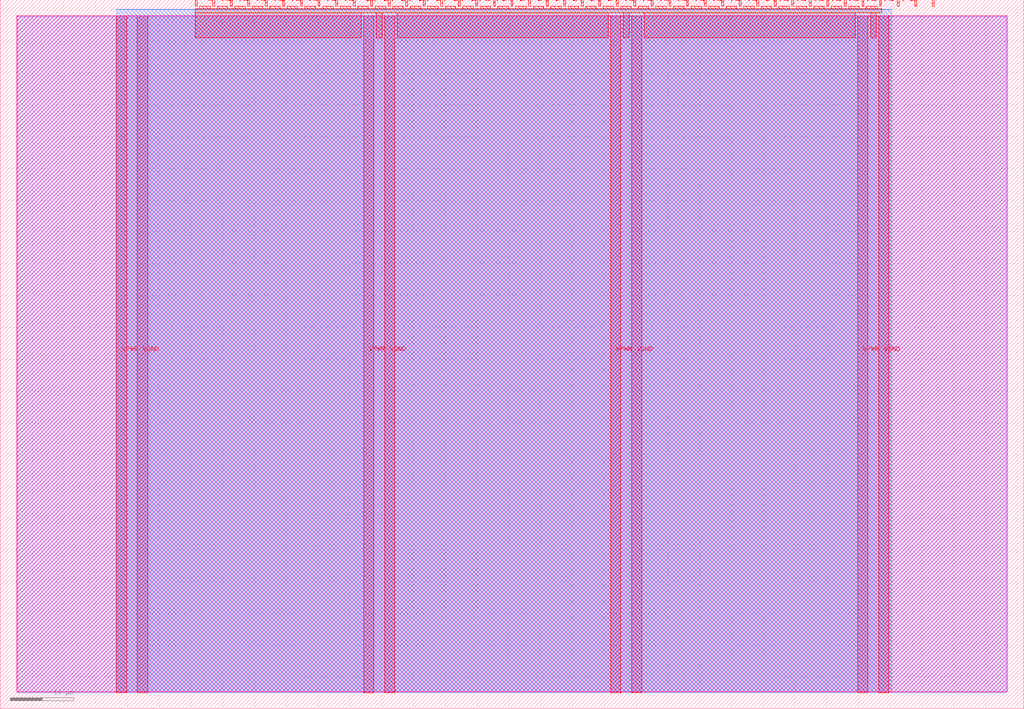
<source format=lef>
VERSION 5.7 ;
  NOWIREEXTENSIONATPIN ON ;
  DIVIDERCHAR "/" ;
  BUSBITCHARS "[]" ;
MACRO tt_um_wokwi_424283432551845889
  CLASS BLOCK ;
  FOREIGN tt_um_wokwi_424283432551845889 ;
  ORIGIN 0.000 0.000 ;
  SIZE 161.000 BY 111.520 ;
  PIN VGND
    DIRECTION INOUT ;
    USE GROUND ;
    PORT
      LAYER met4 ;
        RECT 21.580 2.480 23.180 109.040 ;
    END
    PORT
      LAYER met4 ;
        RECT 60.450 2.480 62.050 109.040 ;
    END
    PORT
      LAYER met4 ;
        RECT 99.320 2.480 100.920 109.040 ;
    END
    PORT
      LAYER met4 ;
        RECT 138.190 2.480 139.790 109.040 ;
    END
  END VGND
  PIN VPWR
    DIRECTION INOUT ;
    USE POWER ;
    PORT
      LAYER met4 ;
        RECT 18.280 2.480 19.880 109.040 ;
    END
    PORT
      LAYER met4 ;
        RECT 57.150 2.480 58.750 109.040 ;
    END
    PORT
      LAYER met4 ;
        RECT 96.020 2.480 97.620 109.040 ;
    END
    PORT
      LAYER met4 ;
        RECT 134.890 2.480 136.490 109.040 ;
    END
  END VPWR
  PIN clk
    DIRECTION INPUT ;
    USE SIGNAL ;
    PORT
      LAYER met4 ;
        RECT 143.830 110.520 144.130 111.520 ;
    END
  END clk
  PIN ena
    DIRECTION INPUT ;
    USE SIGNAL ;
    PORT
      LAYER met4 ;
        RECT 146.590 110.520 146.890 111.520 ;
    END
  END ena
  PIN rst_n
    DIRECTION INPUT ;
    USE SIGNAL ;
    PORT
      LAYER met4 ;
        RECT 141.070 110.520 141.370 111.520 ;
    END
  END rst_n
  PIN ui_in[0]
    DIRECTION INPUT ;
    USE SIGNAL ;
    ANTENNAGATEAREA 0.126000 ;
    PORT
      LAYER met4 ;
        RECT 138.310 110.520 138.610 111.520 ;
    END
  END ui_in[0]
  PIN ui_in[1]
    DIRECTION INPUT ;
    USE SIGNAL ;
    ANTENNAGATEAREA 0.126000 ;
    PORT
      LAYER met4 ;
        RECT 135.550 110.520 135.850 111.520 ;
    END
  END ui_in[1]
  PIN ui_in[2]
    DIRECTION INPUT ;
    USE SIGNAL ;
    PORT
      LAYER met4 ;
        RECT 132.790 110.520 133.090 111.520 ;
    END
  END ui_in[2]
  PIN ui_in[3]
    DIRECTION INPUT ;
    USE SIGNAL ;
    PORT
      LAYER met4 ;
        RECT 130.030 110.520 130.330 111.520 ;
    END
  END ui_in[3]
  PIN ui_in[4]
    DIRECTION INPUT ;
    USE SIGNAL ;
    PORT
      LAYER met4 ;
        RECT 127.270 110.520 127.570 111.520 ;
    END
  END ui_in[4]
  PIN ui_in[5]
    DIRECTION INPUT ;
    USE SIGNAL ;
    PORT
      LAYER met4 ;
        RECT 124.510 110.520 124.810 111.520 ;
    END
  END ui_in[5]
  PIN ui_in[6]
    DIRECTION INPUT ;
    USE SIGNAL ;
    PORT
      LAYER met4 ;
        RECT 121.750 110.520 122.050 111.520 ;
    END
  END ui_in[6]
  PIN ui_in[7]
    DIRECTION INPUT ;
    USE SIGNAL ;
    PORT
      LAYER met4 ;
        RECT 118.990 110.520 119.290 111.520 ;
    END
  END ui_in[7]
  PIN uio_in[0]
    DIRECTION INPUT ;
    USE SIGNAL ;
    PORT
      LAYER met4 ;
        RECT 116.230 110.520 116.530 111.520 ;
    END
  END uio_in[0]
  PIN uio_in[1]
    DIRECTION INPUT ;
    USE SIGNAL ;
    PORT
      LAYER met4 ;
        RECT 113.470 110.520 113.770 111.520 ;
    END
  END uio_in[1]
  PIN uio_in[2]
    DIRECTION INPUT ;
    USE SIGNAL ;
    PORT
      LAYER met4 ;
        RECT 110.710 110.520 111.010 111.520 ;
    END
  END uio_in[2]
  PIN uio_in[3]
    DIRECTION INPUT ;
    USE SIGNAL ;
    PORT
      LAYER met4 ;
        RECT 107.950 110.520 108.250 111.520 ;
    END
  END uio_in[3]
  PIN uio_in[4]
    DIRECTION INPUT ;
    USE SIGNAL ;
    PORT
      LAYER met4 ;
        RECT 105.190 110.520 105.490 111.520 ;
    END
  END uio_in[4]
  PIN uio_in[5]
    DIRECTION INPUT ;
    USE SIGNAL ;
    PORT
      LAYER met4 ;
        RECT 102.430 110.520 102.730 111.520 ;
    END
  END uio_in[5]
  PIN uio_in[6]
    DIRECTION INPUT ;
    USE SIGNAL ;
    PORT
      LAYER met4 ;
        RECT 99.670 110.520 99.970 111.520 ;
    END
  END uio_in[6]
  PIN uio_in[7]
    DIRECTION INPUT ;
    USE SIGNAL ;
    PORT
      LAYER met4 ;
        RECT 96.910 110.520 97.210 111.520 ;
    END
  END uio_in[7]
  PIN uio_oe[0]
    DIRECTION OUTPUT ;
    USE SIGNAL ;
    PORT
      LAYER met4 ;
        RECT 49.990 110.520 50.290 111.520 ;
    END
  END uio_oe[0]
  PIN uio_oe[1]
    DIRECTION OUTPUT ;
    USE SIGNAL ;
    PORT
      LAYER met4 ;
        RECT 47.230 110.520 47.530 111.520 ;
    END
  END uio_oe[1]
  PIN uio_oe[2]
    DIRECTION OUTPUT ;
    USE SIGNAL ;
    PORT
      LAYER met4 ;
        RECT 44.470 110.520 44.770 111.520 ;
    END
  END uio_oe[2]
  PIN uio_oe[3]
    DIRECTION OUTPUT ;
    USE SIGNAL ;
    PORT
      LAYER met4 ;
        RECT 41.710 110.520 42.010 111.520 ;
    END
  END uio_oe[3]
  PIN uio_oe[4]
    DIRECTION OUTPUT ;
    USE SIGNAL ;
    PORT
      LAYER met4 ;
        RECT 38.950 110.520 39.250 111.520 ;
    END
  END uio_oe[4]
  PIN uio_oe[5]
    DIRECTION OUTPUT ;
    USE SIGNAL ;
    PORT
      LAYER met4 ;
        RECT 36.190 110.520 36.490 111.520 ;
    END
  END uio_oe[5]
  PIN uio_oe[6]
    DIRECTION OUTPUT ;
    USE SIGNAL ;
    PORT
      LAYER met4 ;
        RECT 33.430 110.520 33.730 111.520 ;
    END
  END uio_oe[6]
  PIN uio_oe[7]
    DIRECTION OUTPUT ;
    USE SIGNAL ;
    PORT
      LAYER met4 ;
        RECT 30.670 110.520 30.970 111.520 ;
    END
  END uio_oe[7]
  PIN uio_out[0]
    DIRECTION OUTPUT ;
    USE SIGNAL ;
    PORT
      LAYER met4 ;
        RECT 72.070 110.520 72.370 111.520 ;
    END
  END uio_out[0]
  PIN uio_out[1]
    DIRECTION OUTPUT ;
    USE SIGNAL ;
    PORT
      LAYER met4 ;
        RECT 69.310 110.520 69.610 111.520 ;
    END
  END uio_out[1]
  PIN uio_out[2]
    DIRECTION OUTPUT ;
    USE SIGNAL ;
    PORT
      LAYER met4 ;
        RECT 66.550 110.520 66.850 111.520 ;
    END
  END uio_out[2]
  PIN uio_out[3]
    DIRECTION OUTPUT ;
    USE SIGNAL ;
    PORT
      LAYER met4 ;
        RECT 63.790 110.520 64.090 111.520 ;
    END
  END uio_out[3]
  PIN uio_out[4]
    DIRECTION OUTPUT ;
    USE SIGNAL ;
    PORT
      LAYER met4 ;
        RECT 61.030 110.520 61.330 111.520 ;
    END
  END uio_out[4]
  PIN uio_out[5]
    DIRECTION OUTPUT ;
    USE SIGNAL ;
    PORT
      LAYER met4 ;
        RECT 58.270 110.520 58.570 111.520 ;
    END
  END uio_out[5]
  PIN uio_out[6]
    DIRECTION OUTPUT ;
    USE SIGNAL ;
    PORT
      LAYER met4 ;
        RECT 55.510 110.520 55.810 111.520 ;
    END
  END uio_out[6]
  PIN uio_out[7]
    DIRECTION OUTPUT ;
    USE SIGNAL ;
    PORT
      LAYER met4 ;
        RECT 52.750 110.520 53.050 111.520 ;
    END
  END uio_out[7]
  PIN uo_out[0]
    DIRECTION OUTPUT ;
    USE SIGNAL ;
    ANTENNADIFFAREA 0.445500 ;
    PORT
      LAYER met4 ;
        RECT 94.150 110.520 94.450 111.520 ;
    END
  END uo_out[0]
  PIN uo_out[1]
    DIRECTION OUTPUT ;
    USE SIGNAL ;
    ANTENNADIFFAREA 0.445500 ;
    PORT
      LAYER met4 ;
        RECT 91.390 110.520 91.690 111.520 ;
    END
  END uo_out[1]
  PIN uo_out[2]
    DIRECTION OUTPUT ;
    USE SIGNAL ;
    ANTENNADIFFAREA 0.445500 ;
    PORT
      LAYER met4 ;
        RECT 88.630 110.520 88.930 111.520 ;
    END
  END uo_out[2]
  PIN uo_out[3]
    DIRECTION OUTPUT ;
    USE SIGNAL ;
    ANTENNADIFFAREA 0.445500 ;
    PORT
      LAYER met4 ;
        RECT 85.870 110.520 86.170 111.520 ;
    END
  END uo_out[3]
  PIN uo_out[4]
    DIRECTION OUTPUT ;
    USE SIGNAL ;
    PORT
      LAYER met4 ;
        RECT 83.110 110.520 83.410 111.520 ;
    END
  END uo_out[4]
  PIN uo_out[5]
    DIRECTION OUTPUT ;
    USE SIGNAL ;
    PORT
      LAYER met4 ;
        RECT 80.350 110.520 80.650 111.520 ;
    END
  END uo_out[5]
  PIN uo_out[6]
    DIRECTION OUTPUT ;
    USE SIGNAL ;
    PORT
      LAYER met4 ;
        RECT 77.590 110.520 77.890 111.520 ;
    END
  END uo_out[6]
  PIN uo_out[7]
    DIRECTION OUTPUT ;
    USE SIGNAL ;
    PORT
      LAYER met4 ;
        RECT 74.830 110.520 75.130 111.520 ;
    END
  END uo_out[7]
  OBS
      LAYER nwell ;
        RECT 2.570 2.635 158.430 108.990 ;
      LAYER li1 ;
        RECT 2.760 2.635 158.240 108.885 ;
      LAYER met1 ;
        RECT 2.760 2.480 158.240 109.040 ;
      LAYER met2 ;
        RECT 18.310 2.535 140.210 110.005 ;
      LAYER met3 ;
        RECT 18.290 2.555 140.235 109.985 ;
      LAYER met4 ;
        RECT 31.370 110.120 33.030 110.520 ;
        RECT 34.130 110.120 35.790 110.520 ;
        RECT 36.890 110.120 38.550 110.520 ;
        RECT 39.650 110.120 41.310 110.520 ;
        RECT 42.410 110.120 44.070 110.520 ;
        RECT 45.170 110.120 46.830 110.520 ;
        RECT 47.930 110.120 49.590 110.520 ;
        RECT 50.690 110.120 52.350 110.520 ;
        RECT 53.450 110.120 55.110 110.520 ;
        RECT 56.210 110.120 57.870 110.520 ;
        RECT 58.970 110.120 60.630 110.520 ;
        RECT 61.730 110.120 63.390 110.520 ;
        RECT 64.490 110.120 66.150 110.520 ;
        RECT 67.250 110.120 68.910 110.520 ;
        RECT 70.010 110.120 71.670 110.520 ;
        RECT 72.770 110.120 74.430 110.520 ;
        RECT 75.530 110.120 77.190 110.520 ;
        RECT 78.290 110.120 79.950 110.520 ;
        RECT 81.050 110.120 82.710 110.520 ;
        RECT 83.810 110.120 85.470 110.520 ;
        RECT 86.570 110.120 88.230 110.520 ;
        RECT 89.330 110.120 90.990 110.520 ;
        RECT 92.090 110.120 93.750 110.520 ;
        RECT 94.850 110.120 96.510 110.520 ;
        RECT 97.610 110.120 99.270 110.520 ;
        RECT 100.370 110.120 102.030 110.520 ;
        RECT 103.130 110.120 104.790 110.520 ;
        RECT 105.890 110.120 107.550 110.520 ;
        RECT 108.650 110.120 110.310 110.520 ;
        RECT 111.410 110.120 113.070 110.520 ;
        RECT 114.170 110.120 115.830 110.520 ;
        RECT 116.930 110.120 118.590 110.520 ;
        RECT 119.690 110.120 121.350 110.520 ;
        RECT 122.450 110.120 124.110 110.520 ;
        RECT 125.210 110.120 126.870 110.520 ;
        RECT 127.970 110.120 129.630 110.520 ;
        RECT 130.730 110.120 132.390 110.520 ;
        RECT 133.490 110.120 135.150 110.520 ;
        RECT 136.250 110.120 137.910 110.520 ;
        RECT 30.655 109.440 138.625 110.120 ;
        RECT 30.655 105.575 56.750 109.440 ;
        RECT 59.150 105.575 60.050 109.440 ;
        RECT 62.450 105.575 95.620 109.440 ;
        RECT 98.020 105.575 98.920 109.440 ;
        RECT 101.320 105.575 134.490 109.440 ;
        RECT 136.890 105.575 137.790 109.440 ;
  END
END tt_um_wokwi_424283432551845889
END LIBRARY


</source>
